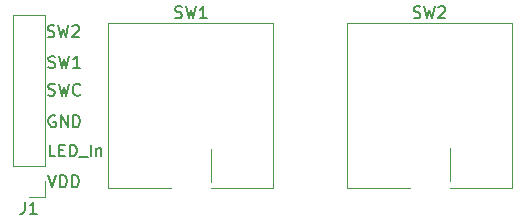
<source format=gto>
%TF.GenerationSoftware,KiCad,Pcbnew,5.1.10*%
%TF.CreationDate,2021-06-22T00:25:09+02:00*%
%TF.ProjectId,Led_poc,4c65645f-706f-4632-9e6b-696361645f70,rev?*%
%TF.SameCoordinates,Original*%
%TF.FileFunction,Legend,Top*%
%TF.FilePolarity,Positive*%
%FSLAX46Y46*%
G04 Gerber Fmt 4.6, Leading zero omitted, Abs format (unit mm)*
G04 Created by KiCad (PCBNEW 5.1.10) date 2021-06-22 00:25:09*
%MOMM*%
%LPD*%
G01*
G04 APERTURE LIST*
%ADD10C,0.150000*%
%ADD11C,0.120000*%
%ADD12C,1.700000*%
%ADD13C,4.000000*%
%ADD14C,2.200000*%
%ADD15O,1.700000X1.700000*%
%ADD16R,1.700000X1.700000*%
%ADD17C,0.100000*%
G04 APERTURE END LIST*
D10*
X115760666Y-90447880D02*
X116094000Y-91447880D01*
X116427333Y-90447880D01*
X116760666Y-91447880D02*
X116760666Y-90447880D01*
X116998761Y-90447880D01*
X117141619Y-90495500D01*
X117236857Y-90590738D01*
X117284476Y-90685976D01*
X117332095Y-90876452D01*
X117332095Y-91019309D01*
X117284476Y-91209785D01*
X117236857Y-91305023D01*
X117141619Y-91400261D01*
X116998761Y-91447880D01*
X116760666Y-91447880D01*
X117760666Y-91447880D02*
X117760666Y-90447880D01*
X117998761Y-90447880D01*
X118141619Y-90495500D01*
X118236857Y-90590738D01*
X118284476Y-90685976D01*
X118332095Y-90876452D01*
X118332095Y-91019309D01*
X118284476Y-91209785D01*
X118236857Y-91305023D01*
X118141619Y-91400261D01*
X117998761Y-91447880D01*
X117760666Y-91447880D01*
X116332214Y-88844380D02*
X115856023Y-88844380D01*
X115856023Y-87844380D01*
X116665547Y-88320571D02*
X116998880Y-88320571D01*
X117141738Y-88844380D02*
X116665547Y-88844380D01*
X116665547Y-87844380D01*
X117141738Y-87844380D01*
X117570309Y-88844380D02*
X117570309Y-87844380D01*
X117808404Y-87844380D01*
X117951261Y-87892000D01*
X118046500Y-87987238D01*
X118094119Y-88082476D01*
X118141738Y-88272952D01*
X118141738Y-88415809D01*
X118094119Y-88606285D01*
X118046500Y-88701523D01*
X117951261Y-88796761D01*
X117808404Y-88844380D01*
X117570309Y-88844380D01*
X118332214Y-88939619D02*
X119094119Y-88939619D01*
X119332214Y-88844380D02*
X119332214Y-87844380D01*
X119808404Y-88177714D02*
X119808404Y-88844380D01*
X119808404Y-88272952D02*
X119856023Y-88225333D01*
X119951261Y-88177714D01*
X120094119Y-88177714D01*
X120189357Y-88225333D01*
X120236976Y-88320571D01*
X120236976Y-88844380D01*
X116332095Y-85415500D02*
X116236857Y-85367880D01*
X116094000Y-85367880D01*
X115951142Y-85415500D01*
X115855904Y-85510738D01*
X115808285Y-85605976D01*
X115760666Y-85796452D01*
X115760666Y-85939309D01*
X115808285Y-86129785D01*
X115855904Y-86225023D01*
X115951142Y-86320261D01*
X116094000Y-86367880D01*
X116189238Y-86367880D01*
X116332095Y-86320261D01*
X116379714Y-86272642D01*
X116379714Y-85939309D01*
X116189238Y-85939309D01*
X116808285Y-86367880D02*
X116808285Y-85367880D01*
X117379714Y-86367880D01*
X117379714Y-85367880D01*
X117855904Y-86367880D02*
X117855904Y-85367880D01*
X118094000Y-85367880D01*
X118236857Y-85415500D01*
X118332095Y-85510738D01*
X118379714Y-85605976D01*
X118427333Y-85796452D01*
X118427333Y-85939309D01*
X118379714Y-86129785D01*
X118332095Y-86225023D01*
X118236857Y-86320261D01*
X118094000Y-86367880D01*
X117855904Y-86367880D01*
X115736857Y-83653261D02*
X115879714Y-83700880D01*
X116117809Y-83700880D01*
X116213047Y-83653261D01*
X116260666Y-83605642D01*
X116308285Y-83510404D01*
X116308285Y-83415166D01*
X116260666Y-83319928D01*
X116213047Y-83272309D01*
X116117809Y-83224690D01*
X115927333Y-83177071D01*
X115832095Y-83129452D01*
X115784476Y-83081833D01*
X115736857Y-82986595D01*
X115736857Y-82891357D01*
X115784476Y-82796119D01*
X115832095Y-82748500D01*
X115927333Y-82700880D01*
X116165428Y-82700880D01*
X116308285Y-82748500D01*
X116641619Y-82700880D02*
X116879714Y-83700880D01*
X117070190Y-82986595D01*
X117260666Y-83700880D01*
X117498761Y-82700880D01*
X118451142Y-83605642D02*
X118403523Y-83653261D01*
X118260666Y-83700880D01*
X118165428Y-83700880D01*
X118022571Y-83653261D01*
X117927333Y-83558023D01*
X117879714Y-83462785D01*
X117832095Y-83272309D01*
X117832095Y-83129452D01*
X117879714Y-82938976D01*
X117927333Y-82843738D01*
X118022571Y-82748500D01*
X118165428Y-82700880D01*
X118260666Y-82700880D01*
X118403523Y-82748500D01*
X118451142Y-82796119D01*
X115760666Y-81303761D02*
X115903523Y-81351380D01*
X116141619Y-81351380D01*
X116236857Y-81303761D01*
X116284476Y-81256142D01*
X116332095Y-81160904D01*
X116332095Y-81065666D01*
X116284476Y-80970428D01*
X116236857Y-80922809D01*
X116141619Y-80875190D01*
X115951142Y-80827571D01*
X115855904Y-80779952D01*
X115808285Y-80732333D01*
X115760666Y-80637095D01*
X115760666Y-80541857D01*
X115808285Y-80446619D01*
X115855904Y-80399000D01*
X115951142Y-80351380D01*
X116189238Y-80351380D01*
X116332095Y-80399000D01*
X116665428Y-80351380D02*
X116903523Y-81351380D01*
X117094000Y-80637095D01*
X117284476Y-81351380D01*
X117522571Y-80351380D01*
X118427333Y-81351380D02*
X117855904Y-81351380D01*
X118141619Y-81351380D02*
X118141619Y-80351380D01*
X118046380Y-80494238D01*
X117951142Y-80589476D01*
X117855904Y-80637095D01*
X115697166Y-78700261D02*
X115840023Y-78747880D01*
X116078119Y-78747880D01*
X116173357Y-78700261D01*
X116220976Y-78652642D01*
X116268595Y-78557404D01*
X116268595Y-78462166D01*
X116220976Y-78366928D01*
X116173357Y-78319309D01*
X116078119Y-78271690D01*
X115887642Y-78224071D01*
X115792404Y-78176452D01*
X115744785Y-78128833D01*
X115697166Y-78033595D01*
X115697166Y-77938357D01*
X115744785Y-77843119D01*
X115792404Y-77795500D01*
X115887642Y-77747880D01*
X116125738Y-77747880D01*
X116268595Y-77795500D01*
X116601928Y-77747880D02*
X116840023Y-78747880D01*
X117030500Y-78033595D01*
X117220976Y-78747880D01*
X117459071Y-77747880D01*
X117792404Y-77843119D02*
X117840023Y-77795500D01*
X117935261Y-77747880D01*
X118173357Y-77747880D01*
X118268595Y-77795500D01*
X118316214Y-77843119D01*
X118363833Y-77938357D01*
X118363833Y-78033595D01*
X118316214Y-78176452D01*
X117744785Y-78747880D01*
X118363833Y-78747880D01*
D11*
%TO.C,SW2*%
X141036000Y-91546500D02*
X141036000Y-77576500D01*
X155006000Y-91546500D02*
X141036000Y-91546500D01*
X155006000Y-77576500D02*
X155006000Y-91546500D01*
X141036000Y-77576500D02*
X155006000Y-77576500D01*
%TO.C,SW1*%
X120836000Y-91546500D02*
X120836000Y-77576500D01*
X134806000Y-91546500D02*
X120836000Y-91546500D01*
X134806000Y-77576500D02*
X134806000Y-91546500D01*
X120836000Y-77576500D02*
X134806000Y-77576500D01*
%TO.C,J1*%
X115439500Y-92262000D02*
X114109500Y-92262000D01*
X115439500Y-90932000D02*
X115439500Y-92262000D01*
X115439500Y-89662000D02*
X112779500Y-89662000D01*
X112779500Y-89662000D02*
X112779500Y-76902000D01*
X115439500Y-89662000D02*
X115439500Y-76902000D01*
X115439500Y-76902000D02*
X112779500Y-76902000D01*
%TO.C,D2*%
X146545500Y-90935000D02*
X146545500Y-88135000D01*
X146545500Y-88135000D02*
X149745500Y-88135000D01*
X149745500Y-90935000D02*
X149745500Y-88135000D01*
X146545500Y-90935000D02*
X149745500Y-90935000D01*
%TO.C,D1*%
X126289000Y-90998500D02*
X126289000Y-88198500D01*
X126289000Y-88198500D02*
X129489000Y-88198500D01*
X129489000Y-90998500D02*
X129489000Y-88198500D01*
X126289000Y-90998500D02*
X129489000Y-90998500D01*
%TO.C,SW2*%
D10*
X146687666Y-77092261D02*
X146830523Y-77139880D01*
X147068619Y-77139880D01*
X147163857Y-77092261D01*
X147211476Y-77044642D01*
X147259095Y-76949404D01*
X147259095Y-76854166D01*
X147211476Y-76758928D01*
X147163857Y-76711309D01*
X147068619Y-76663690D01*
X146878142Y-76616071D01*
X146782904Y-76568452D01*
X146735285Y-76520833D01*
X146687666Y-76425595D01*
X146687666Y-76330357D01*
X146735285Y-76235119D01*
X146782904Y-76187500D01*
X146878142Y-76139880D01*
X147116238Y-76139880D01*
X147259095Y-76187500D01*
X147592428Y-76139880D02*
X147830523Y-77139880D01*
X148021000Y-76425595D01*
X148211476Y-77139880D01*
X148449571Y-76139880D01*
X148782904Y-76235119D02*
X148830523Y-76187500D01*
X148925761Y-76139880D01*
X149163857Y-76139880D01*
X149259095Y-76187500D01*
X149306714Y-76235119D01*
X149354333Y-76330357D01*
X149354333Y-76425595D01*
X149306714Y-76568452D01*
X148735285Y-77139880D01*
X149354333Y-77139880D01*
%TO.C,SW1*%
X126487666Y-77092261D02*
X126630523Y-77139880D01*
X126868619Y-77139880D01*
X126963857Y-77092261D01*
X127011476Y-77044642D01*
X127059095Y-76949404D01*
X127059095Y-76854166D01*
X127011476Y-76758928D01*
X126963857Y-76711309D01*
X126868619Y-76663690D01*
X126678142Y-76616071D01*
X126582904Y-76568452D01*
X126535285Y-76520833D01*
X126487666Y-76425595D01*
X126487666Y-76330357D01*
X126535285Y-76235119D01*
X126582904Y-76187500D01*
X126678142Y-76139880D01*
X126916238Y-76139880D01*
X127059095Y-76187500D01*
X127392428Y-76139880D02*
X127630523Y-77139880D01*
X127821000Y-76425595D01*
X128011476Y-77139880D01*
X128249571Y-76139880D01*
X129154333Y-77139880D02*
X128582904Y-77139880D01*
X128868619Y-77139880D02*
X128868619Y-76139880D01*
X128773380Y-76282738D01*
X128678142Y-76377976D01*
X128582904Y-76425595D01*
%TO.C,J1*%
X113776166Y-92714380D02*
X113776166Y-93428666D01*
X113728547Y-93571523D01*
X113633309Y-93666761D01*
X113490452Y-93714380D01*
X113395214Y-93714380D01*
X114776166Y-93714380D02*
X114204738Y-93714380D01*
X114490452Y-93714380D02*
X114490452Y-92714380D01*
X114395214Y-92857238D01*
X114299976Y-92952476D01*
X114204738Y-93000095D01*
%TD*%
%LPC*%
D12*
%TO.C,SW2*%
X153101000Y-84561500D03*
X142941000Y-84561500D03*
D13*
X148021000Y-84561500D03*
D14*
X144211000Y-82021500D03*
X150561000Y-79481500D03*
%TD*%
D12*
%TO.C,SW1*%
X132901000Y-84561500D03*
X122741000Y-84561500D03*
D13*
X127821000Y-84561500D03*
D14*
X124011000Y-82021500D03*
X130361000Y-79481500D03*
%TD*%
D15*
%TO.C,J1*%
X114109500Y-78232000D03*
X114109500Y-80772000D03*
X114109500Y-83312000D03*
X114109500Y-85852000D03*
X114109500Y-88392000D03*
D16*
X114109500Y-90932000D03*
%TD*%
D17*
%TO.C,D2*%
G36*
X149795500Y-92035000D02*
G01*
X146495500Y-92035000D01*
X146495500Y-87035000D01*
X149795500Y-87035000D01*
X149795500Y-92035000D01*
G37*
%TD*%
%TO.C,D1*%
G36*
X129539000Y-92098500D02*
G01*
X126239000Y-92098500D01*
X126239000Y-87098500D01*
X129539000Y-87098500D01*
X129539000Y-92098500D01*
G37*
%TD*%
M02*

</source>
